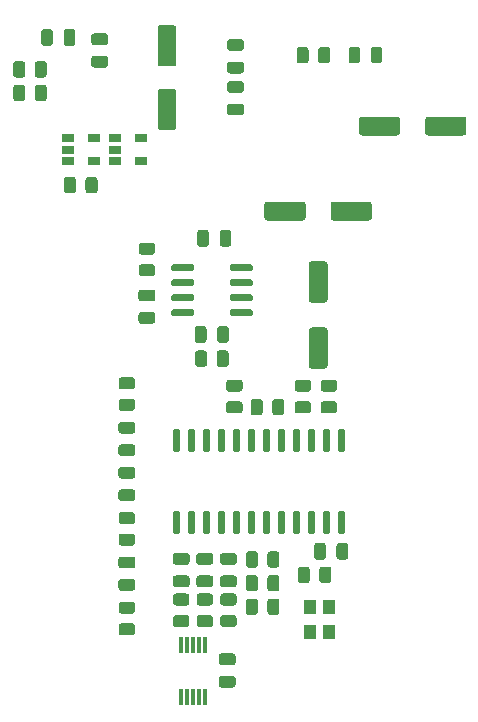
<source format=gbr>
G04 #@! TF.GenerationSoftware,KiCad,Pcbnew,(5.1.12)-1*
G04 #@! TF.CreationDate,2021-11-15T15:44:24+13:00*
G04 #@! TF.ProjectId,rgbntsc,7267626e-7473-4632-9e6b-696361645f70,rev?*
G04 #@! TF.SameCoordinates,Original*
G04 #@! TF.FileFunction,Paste,Top*
G04 #@! TF.FilePolarity,Positive*
%FSLAX46Y46*%
G04 Gerber Fmt 4.6, Leading zero omitted, Abs format (unit mm)*
G04 Created by KiCad (PCBNEW (5.1.12)-1) date 2021-11-15 15:44:24*
%MOMM*%
%LPD*%
G01*
G04 APERTURE LIST*
%ADD10R,0.300000X1.400000*%
%ADD11R,1.060000X0.650000*%
%ADD12R,1.100000X1.300000*%
G04 APERTURE END LIST*
G36*
G01*
X46525000Y-45550000D02*
X47475000Y-45550000D01*
G75*
G02*
X47725000Y-45800000I0J-250000D01*
G01*
X47725000Y-46300000D01*
G75*
G02*
X47475000Y-46550000I-250000J0D01*
G01*
X46525000Y-46550000D01*
G75*
G02*
X46275000Y-46300000I0J250000D01*
G01*
X46275000Y-45800000D01*
G75*
G02*
X46525000Y-45550000I250000J0D01*
G01*
G37*
G36*
G01*
X46525000Y-43650000D02*
X47475000Y-43650000D01*
G75*
G02*
X47725000Y-43900000I0J-250000D01*
G01*
X47725000Y-44400000D01*
G75*
G02*
X47475000Y-44650000I-250000J0D01*
G01*
X46525000Y-44650000D01*
G75*
G02*
X46275000Y-44400000I0J250000D01*
G01*
X46275000Y-43900000D01*
G75*
G02*
X46525000Y-43650000I250000J0D01*
G01*
G37*
G36*
G01*
X54449998Y-74300000D02*
X55350002Y-74300000D01*
G75*
G02*
X55600000Y-74549998I0J-249998D01*
G01*
X55600000Y-75075002D01*
G75*
G02*
X55350002Y-75325000I-249998J0D01*
G01*
X54449998Y-75325000D01*
G75*
G02*
X54200000Y-75075002I0J249998D01*
G01*
X54200000Y-74549998D01*
G75*
G02*
X54449998Y-74300000I249998J0D01*
G01*
G37*
G36*
G01*
X54449998Y-72475000D02*
X55350002Y-72475000D01*
G75*
G02*
X55600000Y-72724998I0J-249998D01*
G01*
X55600000Y-73250002D01*
G75*
G02*
X55350002Y-73500000I-249998J0D01*
G01*
X54449998Y-73500000D01*
G75*
G02*
X54200000Y-73250002I0J249998D01*
G01*
X54200000Y-72724998D01*
G75*
G02*
X54449998Y-72475000I249998J0D01*
G01*
G37*
G36*
G01*
X53990000Y-45450002D02*
X53990000Y-44549998D01*
G75*
G02*
X54239998Y-44300000I249998J0D01*
G01*
X54765002Y-44300000D01*
G75*
G02*
X55015000Y-44549998I0J-249998D01*
G01*
X55015000Y-45450002D01*
G75*
G02*
X54765002Y-45700000I-249998J0D01*
G01*
X54239998Y-45700000D01*
G75*
G02*
X53990000Y-45450002I0J249998D01*
G01*
G37*
G36*
G01*
X52165000Y-45450002D02*
X52165000Y-44549998D01*
G75*
G02*
X52414998Y-44300000I249998J0D01*
G01*
X52940002Y-44300000D01*
G75*
G02*
X53190000Y-44549998I0J-249998D01*
G01*
X53190000Y-45450002D01*
G75*
G02*
X52940002Y-45700000I-249998J0D01*
G01*
X52414998Y-45700000D01*
G75*
G02*
X52165000Y-45450002I0J249998D01*
G01*
G37*
G36*
G01*
X57550000Y-44543750D02*
X57550000Y-45456250D01*
G75*
G02*
X57306250Y-45700000I-243750J0D01*
G01*
X56818750Y-45700000D01*
G75*
G02*
X56575000Y-45456250I0J243750D01*
G01*
X56575000Y-44543750D01*
G75*
G02*
X56818750Y-44300000I243750J0D01*
G01*
X57306250Y-44300000D01*
G75*
G02*
X57550000Y-44543750I0J-243750D01*
G01*
G37*
G36*
G01*
X59425000Y-44543750D02*
X59425000Y-45456250D01*
G75*
G02*
X59181250Y-45700000I-243750J0D01*
G01*
X58693750Y-45700000D01*
G75*
G02*
X58450000Y-45456250I0J243750D01*
G01*
X58450000Y-44543750D01*
G75*
G02*
X58693750Y-44300000I243750J0D01*
G01*
X59181250Y-44300000D01*
G75*
G02*
X59425000Y-44543750I0J-243750D01*
G01*
G37*
G36*
G01*
X54100000Y-89450002D02*
X54100000Y-88549998D01*
G75*
G02*
X54349998Y-88300000I249998J0D01*
G01*
X54875002Y-88300000D01*
G75*
G02*
X55125000Y-88549998I0J-249998D01*
G01*
X55125000Y-89450002D01*
G75*
G02*
X54875002Y-89700000I-249998J0D01*
G01*
X54349998Y-89700000D01*
G75*
G02*
X54100000Y-89450002I0J249998D01*
G01*
G37*
G36*
G01*
X52275000Y-89450002D02*
X52275000Y-88549998D01*
G75*
G02*
X52524998Y-88300000I249998J0D01*
G01*
X53050002Y-88300000D01*
G75*
G02*
X53300000Y-88549998I0J-249998D01*
G01*
X53300000Y-89450002D01*
G75*
G02*
X53050002Y-89700000I-249998J0D01*
G01*
X52524998Y-89700000D01*
G75*
G02*
X52275000Y-89450002I0J249998D01*
G01*
G37*
G36*
G01*
X32450000Y-43975000D02*
X32450000Y-43025000D01*
G75*
G02*
X32700000Y-42775000I250000J0D01*
G01*
X33200000Y-42775000D01*
G75*
G02*
X33450000Y-43025000I0J-250000D01*
G01*
X33450000Y-43975000D01*
G75*
G02*
X33200000Y-44225000I-250000J0D01*
G01*
X32700000Y-44225000D01*
G75*
G02*
X32450000Y-43975000I0J250000D01*
G01*
G37*
G36*
G01*
X30550000Y-43975000D02*
X30550000Y-43025000D01*
G75*
G02*
X30800000Y-42775000I250000J0D01*
G01*
X31300000Y-42775000D01*
G75*
G02*
X31550000Y-43025000I0J-250000D01*
G01*
X31550000Y-43975000D01*
G75*
G02*
X31300000Y-44225000I-250000J0D01*
G01*
X30800000Y-44225000D01*
G75*
G02*
X30550000Y-43975000I0J250000D01*
G01*
G37*
G36*
G01*
X45949998Y-92400000D02*
X46850002Y-92400000D01*
G75*
G02*
X47100000Y-92649998I0J-249998D01*
G01*
X47100000Y-93175002D01*
G75*
G02*
X46850002Y-93425000I-249998J0D01*
G01*
X45949998Y-93425000D01*
G75*
G02*
X45700000Y-93175002I0J249998D01*
G01*
X45700000Y-92649998D01*
G75*
G02*
X45949998Y-92400000I249998J0D01*
G01*
G37*
G36*
G01*
X45949998Y-90575000D02*
X46850002Y-90575000D01*
G75*
G02*
X47100000Y-90824998I0J-249998D01*
G01*
X47100000Y-91350002D01*
G75*
G02*
X46850002Y-91600000I-249998J0D01*
G01*
X45949998Y-91600000D01*
G75*
G02*
X45700000Y-91350002I0J249998D01*
G01*
X45700000Y-90824998D01*
G75*
G02*
X45949998Y-90575000I249998J0D01*
G01*
G37*
G36*
G01*
X43949998Y-92400000D02*
X44850002Y-92400000D01*
G75*
G02*
X45100000Y-92649998I0J-249998D01*
G01*
X45100000Y-93175002D01*
G75*
G02*
X44850002Y-93425000I-249998J0D01*
G01*
X43949998Y-93425000D01*
G75*
G02*
X43700000Y-93175002I0J249998D01*
G01*
X43700000Y-92649998D01*
G75*
G02*
X43949998Y-92400000I249998J0D01*
G01*
G37*
G36*
G01*
X43949998Y-90575000D02*
X44850002Y-90575000D01*
G75*
G02*
X45100000Y-90824998I0J-249998D01*
G01*
X45100000Y-91350002D01*
G75*
G02*
X44850002Y-91600000I-249998J0D01*
G01*
X43949998Y-91600000D01*
G75*
G02*
X43700000Y-91350002I0J249998D01*
G01*
X43700000Y-90824998D01*
G75*
G02*
X43949998Y-90575000I249998J0D01*
G01*
G37*
G36*
G01*
X41949998Y-92400000D02*
X42850002Y-92400000D01*
G75*
G02*
X43100000Y-92649998I0J-249998D01*
G01*
X43100000Y-93175002D01*
G75*
G02*
X42850002Y-93425000I-249998J0D01*
G01*
X41949998Y-93425000D01*
G75*
G02*
X41700000Y-93175002I0J249998D01*
G01*
X41700000Y-92649998D01*
G75*
G02*
X41949998Y-92400000I249998J0D01*
G01*
G37*
G36*
G01*
X41949998Y-90575000D02*
X42850002Y-90575000D01*
G75*
G02*
X43100000Y-90824998I0J-249998D01*
G01*
X43100000Y-91350002D01*
G75*
G02*
X42850002Y-91600000I-249998J0D01*
G01*
X41949998Y-91600000D01*
G75*
G02*
X41700000Y-91350002I0J249998D01*
G01*
X41700000Y-90824998D01*
G75*
G02*
X41949998Y-90575000I249998J0D01*
G01*
G37*
G36*
G01*
X63050000Y-51550000D02*
X63050000Y-50450000D01*
G75*
G02*
X63300000Y-50200000I250000J0D01*
G01*
X66300000Y-50200000D01*
G75*
G02*
X66550000Y-50450000I0J-250000D01*
G01*
X66550000Y-51550000D01*
G75*
G02*
X66300000Y-51800000I-250000J0D01*
G01*
X63300000Y-51800000D01*
G75*
G02*
X63050000Y-51550000I0J250000D01*
G01*
G37*
G36*
G01*
X57450000Y-51550000D02*
X57450000Y-50450000D01*
G75*
G02*
X57700000Y-50200000I250000J0D01*
G01*
X60700000Y-50200000D01*
G75*
G02*
X60950000Y-50450000I0J-250000D01*
G01*
X60950000Y-51550000D01*
G75*
G02*
X60700000Y-51800000I-250000J0D01*
G01*
X57700000Y-51800000D01*
G75*
G02*
X57450000Y-51550000I0J250000D01*
G01*
G37*
G36*
G01*
X45925000Y-89050000D02*
X46875000Y-89050000D01*
G75*
G02*
X47125000Y-89300000I0J-250000D01*
G01*
X47125000Y-89800000D01*
G75*
G02*
X46875000Y-90050000I-250000J0D01*
G01*
X45925000Y-90050000D01*
G75*
G02*
X45675000Y-89800000I0J250000D01*
G01*
X45675000Y-89300000D01*
G75*
G02*
X45925000Y-89050000I250000J0D01*
G01*
G37*
G36*
G01*
X45925000Y-87150000D02*
X46875000Y-87150000D01*
G75*
G02*
X47125000Y-87400000I0J-250000D01*
G01*
X47125000Y-87900000D01*
G75*
G02*
X46875000Y-88150000I-250000J0D01*
G01*
X45925000Y-88150000D01*
G75*
G02*
X45675000Y-87900000I0J250000D01*
G01*
X45675000Y-87400000D01*
G75*
G02*
X45925000Y-87150000I250000J0D01*
G01*
G37*
G36*
G01*
X43925000Y-89050000D02*
X44875000Y-89050000D01*
G75*
G02*
X45125000Y-89300000I0J-250000D01*
G01*
X45125000Y-89800000D01*
G75*
G02*
X44875000Y-90050000I-250000J0D01*
G01*
X43925000Y-90050000D01*
G75*
G02*
X43675000Y-89800000I0J250000D01*
G01*
X43675000Y-89300000D01*
G75*
G02*
X43925000Y-89050000I250000J0D01*
G01*
G37*
G36*
G01*
X43925000Y-87150000D02*
X44875000Y-87150000D01*
G75*
G02*
X45125000Y-87400000I0J-250000D01*
G01*
X45125000Y-87900000D01*
G75*
G02*
X44875000Y-88150000I-250000J0D01*
G01*
X43925000Y-88150000D01*
G75*
G02*
X43675000Y-87900000I0J250000D01*
G01*
X43675000Y-87400000D01*
G75*
G02*
X43925000Y-87150000I250000J0D01*
G01*
G37*
G36*
G01*
X41925000Y-89050000D02*
X42875000Y-89050000D01*
G75*
G02*
X43125000Y-89300000I0J-250000D01*
G01*
X43125000Y-89800000D01*
G75*
G02*
X42875000Y-90050000I-250000J0D01*
G01*
X41925000Y-90050000D01*
G75*
G02*
X41675000Y-89800000I0J250000D01*
G01*
X41675000Y-89300000D01*
G75*
G02*
X41925000Y-89050000I250000J0D01*
G01*
G37*
G36*
G01*
X41925000Y-87150000D02*
X42875000Y-87150000D01*
G75*
G02*
X43125000Y-87400000I0J-250000D01*
G01*
X43125000Y-87900000D01*
G75*
G02*
X42875000Y-88150000I-250000J0D01*
G01*
X41925000Y-88150000D01*
G75*
G02*
X41675000Y-87900000I0J250000D01*
G01*
X41675000Y-87400000D01*
G75*
G02*
X41925000Y-87150000I250000J0D01*
G01*
G37*
G36*
G01*
X46775000Y-96650000D02*
X45825000Y-96650000D01*
G75*
G02*
X45575000Y-96400000I0J250000D01*
G01*
X45575000Y-95900000D01*
G75*
G02*
X45825000Y-95650000I250000J0D01*
G01*
X46775000Y-95650000D01*
G75*
G02*
X47025000Y-95900000I0J-250000D01*
G01*
X47025000Y-96400000D01*
G75*
G02*
X46775000Y-96650000I-250000J0D01*
G01*
G37*
G36*
G01*
X46775000Y-98550000D02*
X45825000Y-98550000D01*
G75*
G02*
X45575000Y-98300000I0J250000D01*
G01*
X45575000Y-97800000D01*
G75*
G02*
X45825000Y-97550000I250000J0D01*
G01*
X46775000Y-97550000D01*
G75*
G02*
X47025000Y-97800000I0J-250000D01*
G01*
X47025000Y-98300000D01*
G75*
G02*
X46775000Y-98550000I-250000J0D01*
G01*
G37*
G36*
G01*
X46525000Y-49100000D02*
X47475000Y-49100000D01*
G75*
G02*
X47725000Y-49350000I0J-250000D01*
G01*
X47725000Y-49850000D01*
G75*
G02*
X47475000Y-50100000I-250000J0D01*
G01*
X46525000Y-50100000D01*
G75*
G02*
X46275000Y-49850000I0J250000D01*
G01*
X46275000Y-49350000D01*
G75*
G02*
X46525000Y-49100000I250000J0D01*
G01*
G37*
G36*
G01*
X46525000Y-47200000D02*
X47475000Y-47200000D01*
G75*
G02*
X47725000Y-47450000I0J-250000D01*
G01*
X47725000Y-47950000D01*
G75*
G02*
X47475000Y-48200000I-250000J0D01*
G01*
X46525000Y-48200000D01*
G75*
G02*
X46275000Y-47950000I0J250000D01*
G01*
X46275000Y-47450000D01*
G75*
G02*
X46525000Y-47200000I250000J0D01*
G01*
G37*
G36*
G01*
X54650000Y-86525000D02*
X54650000Y-87475000D01*
G75*
G02*
X54400000Y-87725000I-250000J0D01*
G01*
X53900000Y-87725000D01*
G75*
G02*
X53650000Y-87475000I0J250000D01*
G01*
X53650000Y-86525000D01*
G75*
G02*
X53900000Y-86275000I250000J0D01*
G01*
X54400000Y-86275000D01*
G75*
G02*
X54650000Y-86525000I0J-250000D01*
G01*
G37*
G36*
G01*
X56550000Y-86525000D02*
X56550000Y-87475000D01*
G75*
G02*
X56300000Y-87725000I-250000J0D01*
G01*
X55800000Y-87725000D01*
G75*
G02*
X55550000Y-87475000I0J250000D01*
G01*
X55550000Y-86525000D01*
G75*
G02*
X55800000Y-86275000I250000J0D01*
G01*
X56300000Y-86275000D01*
G75*
G02*
X56550000Y-86525000I0J-250000D01*
G01*
G37*
G36*
G01*
X37325000Y-89350000D02*
X38275000Y-89350000D01*
G75*
G02*
X38525000Y-89600000I0J-250000D01*
G01*
X38525000Y-90100000D01*
G75*
G02*
X38275000Y-90350000I-250000J0D01*
G01*
X37325000Y-90350000D01*
G75*
G02*
X37075000Y-90100000I0J250000D01*
G01*
X37075000Y-89600000D01*
G75*
G02*
X37325000Y-89350000I250000J0D01*
G01*
G37*
G36*
G01*
X37325000Y-87450000D02*
X38275000Y-87450000D01*
G75*
G02*
X38525000Y-87700000I0J-250000D01*
G01*
X38525000Y-88200000D01*
G75*
G02*
X38275000Y-88450000I-250000J0D01*
G01*
X37325000Y-88450000D01*
G75*
G02*
X37075000Y-88200000I0J250000D01*
G01*
X37075000Y-87700000D01*
G75*
G02*
X37325000Y-87450000I250000J0D01*
G01*
G37*
G36*
G01*
X37325000Y-81750000D02*
X38275000Y-81750000D01*
G75*
G02*
X38525000Y-82000000I0J-250000D01*
G01*
X38525000Y-82500000D01*
G75*
G02*
X38275000Y-82750000I-250000J0D01*
G01*
X37325000Y-82750000D01*
G75*
G02*
X37075000Y-82500000I0J250000D01*
G01*
X37075000Y-82000000D01*
G75*
G02*
X37325000Y-81750000I250000J0D01*
G01*
G37*
G36*
G01*
X37325000Y-79850000D02*
X38275000Y-79850000D01*
G75*
G02*
X38525000Y-80100000I0J-250000D01*
G01*
X38525000Y-80600000D01*
G75*
G02*
X38275000Y-80850000I-250000J0D01*
G01*
X37325000Y-80850000D01*
G75*
G02*
X37075000Y-80600000I0J250000D01*
G01*
X37075000Y-80100000D01*
G75*
G02*
X37325000Y-79850000I250000J0D01*
G01*
G37*
G36*
G01*
X38275000Y-77050000D02*
X37325000Y-77050000D01*
G75*
G02*
X37075000Y-76800000I0J250000D01*
G01*
X37075000Y-76300000D01*
G75*
G02*
X37325000Y-76050000I250000J0D01*
G01*
X38275000Y-76050000D01*
G75*
G02*
X38525000Y-76300000I0J-250000D01*
G01*
X38525000Y-76800000D01*
G75*
G02*
X38275000Y-77050000I-250000J0D01*
G01*
G37*
G36*
G01*
X38275000Y-78950000D02*
X37325000Y-78950000D01*
G75*
G02*
X37075000Y-78700000I0J250000D01*
G01*
X37075000Y-78200000D01*
G75*
G02*
X37325000Y-77950000I250000J0D01*
G01*
X38275000Y-77950000D01*
G75*
G02*
X38525000Y-78200000I0J-250000D01*
G01*
X38525000Y-78700000D01*
G75*
G02*
X38275000Y-78950000I-250000J0D01*
G01*
G37*
G36*
G01*
X44750000Y-60025000D02*
X44750000Y-60975000D01*
G75*
G02*
X44500000Y-61225000I-250000J0D01*
G01*
X44000000Y-61225000D01*
G75*
G02*
X43750000Y-60975000I0J250000D01*
G01*
X43750000Y-60025000D01*
G75*
G02*
X44000000Y-59775000I250000J0D01*
G01*
X44500000Y-59775000D01*
G75*
G02*
X44750000Y-60025000I0J-250000D01*
G01*
G37*
G36*
G01*
X46650000Y-60025000D02*
X46650000Y-60975000D01*
G75*
G02*
X46400000Y-61225000I-250000J0D01*
G01*
X45900000Y-61225000D01*
G75*
G02*
X45650000Y-60975000I0J250000D01*
G01*
X45650000Y-60025000D01*
G75*
G02*
X45900000Y-59775000I250000J0D01*
G01*
X46400000Y-59775000D01*
G75*
G02*
X46650000Y-60025000I0J-250000D01*
G01*
G37*
G36*
G01*
X35025000Y-45050000D02*
X35975000Y-45050000D01*
G75*
G02*
X36225000Y-45300000I0J-250000D01*
G01*
X36225000Y-45800000D01*
G75*
G02*
X35975000Y-46050000I-250000J0D01*
G01*
X35025000Y-46050000D01*
G75*
G02*
X34775000Y-45800000I0J250000D01*
G01*
X34775000Y-45300000D01*
G75*
G02*
X35025000Y-45050000I250000J0D01*
G01*
G37*
G36*
G01*
X35025000Y-43150000D02*
X35975000Y-43150000D01*
G75*
G02*
X36225000Y-43400000I0J-250000D01*
G01*
X36225000Y-43900000D01*
G75*
G02*
X35975000Y-44150000I-250000J0D01*
G01*
X35025000Y-44150000D01*
G75*
G02*
X34775000Y-43900000I0J250000D01*
G01*
X34775000Y-43400000D01*
G75*
G02*
X35025000Y-43150000I250000J0D01*
G01*
G37*
G36*
G01*
X44550000Y-68175000D02*
X44550000Y-69125000D01*
G75*
G02*
X44300000Y-69375000I-250000J0D01*
G01*
X43800000Y-69375000D01*
G75*
G02*
X43550000Y-69125000I0J250000D01*
G01*
X43550000Y-68175000D01*
G75*
G02*
X43800000Y-67925000I250000J0D01*
G01*
X44300000Y-67925000D01*
G75*
G02*
X44550000Y-68175000I0J-250000D01*
G01*
G37*
G36*
G01*
X46450000Y-68175000D02*
X46450000Y-69125000D01*
G75*
G02*
X46200000Y-69375000I-250000J0D01*
G01*
X45700000Y-69375000D01*
G75*
G02*
X45450000Y-69125000I0J250000D01*
G01*
X45450000Y-68175000D01*
G75*
G02*
X45700000Y-67925000I250000J0D01*
G01*
X46200000Y-67925000D01*
G75*
G02*
X46450000Y-68175000I0J-250000D01*
G01*
G37*
G36*
G01*
X39025000Y-66750000D02*
X39975000Y-66750000D01*
G75*
G02*
X40225000Y-67000000I0J-250000D01*
G01*
X40225000Y-67500000D01*
G75*
G02*
X39975000Y-67750000I-250000J0D01*
G01*
X39025000Y-67750000D01*
G75*
G02*
X38775000Y-67500000I0J250000D01*
G01*
X38775000Y-67000000D01*
G75*
G02*
X39025000Y-66750000I250000J0D01*
G01*
G37*
G36*
G01*
X39025000Y-64850000D02*
X39975000Y-64850000D01*
G75*
G02*
X40225000Y-65100000I0J-250000D01*
G01*
X40225000Y-65600000D01*
G75*
G02*
X39975000Y-65850000I-250000J0D01*
G01*
X39025000Y-65850000D01*
G75*
G02*
X38775000Y-65600000I0J250000D01*
G01*
X38775000Y-65100000D01*
G75*
G02*
X39025000Y-64850000I250000J0D01*
G01*
G37*
D10*
X42400000Y-94900000D03*
X42900000Y-94900000D03*
X43400000Y-94900000D03*
X43900000Y-94900000D03*
X44400000Y-94900000D03*
X44400000Y-99300000D03*
X43900000Y-99300000D03*
X43400000Y-99300000D03*
X42900000Y-99300000D03*
X42400000Y-99300000D03*
G36*
G01*
X49700000Y-90150002D02*
X49700000Y-89249998D01*
G75*
G02*
X49949998Y-89000000I249998J0D01*
G01*
X50475002Y-89000000D01*
G75*
G02*
X50725000Y-89249998I0J-249998D01*
G01*
X50725000Y-90150002D01*
G75*
G02*
X50475002Y-90400000I-249998J0D01*
G01*
X49949998Y-90400000D01*
G75*
G02*
X49700000Y-90150002I0J249998D01*
G01*
G37*
G36*
G01*
X47875000Y-90150002D02*
X47875000Y-89249998D01*
G75*
G02*
X48124998Y-89000000I249998J0D01*
G01*
X48650002Y-89000000D01*
G75*
G02*
X48900000Y-89249998I0J-249998D01*
G01*
X48900000Y-90150002D01*
G75*
G02*
X48650002Y-90400000I-249998J0D01*
G01*
X48124998Y-90400000D01*
G75*
G02*
X47875000Y-90150002I0J249998D01*
G01*
G37*
G36*
G01*
X49700000Y-88150002D02*
X49700000Y-87249998D01*
G75*
G02*
X49949998Y-87000000I249998J0D01*
G01*
X50475002Y-87000000D01*
G75*
G02*
X50725000Y-87249998I0J-249998D01*
G01*
X50725000Y-88150002D01*
G75*
G02*
X50475002Y-88400000I-249998J0D01*
G01*
X49949998Y-88400000D01*
G75*
G02*
X49700000Y-88150002I0J249998D01*
G01*
G37*
G36*
G01*
X47875000Y-88150002D02*
X47875000Y-87249998D01*
G75*
G02*
X48124998Y-87000000I249998J0D01*
G01*
X48650002Y-87000000D01*
G75*
G02*
X48900000Y-87249998I0J-249998D01*
G01*
X48900000Y-88150002D01*
G75*
G02*
X48650002Y-88400000I-249998J0D01*
G01*
X48124998Y-88400000D01*
G75*
G02*
X47875000Y-88150002I0J249998D01*
G01*
G37*
G36*
G01*
X49700000Y-92150002D02*
X49700000Y-91249998D01*
G75*
G02*
X49949998Y-91000000I249998J0D01*
G01*
X50475002Y-91000000D01*
G75*
G02*
X50725000Y-91249998I0J-249998D01*
G01*
X50725000Y-92150002D01*
G75*
G02*
X50475002Y-92400000I-249998J0D01*
G01*
X49949998Y-92400000D01*
G75*
G02*
X49700000Y-92150002I0J249998D01*
G01*
G37*
G36*
G01*
X47875000Y-92150002D02*
X47875000Y-91249998D01*
G75*
G02*
X48124998Y-91000000I249998J0D01*
G01*
X48650002Y-91000000D01*
G75*
G02*
X48900000Y-91249998I0J-249998D01*
G01*
X48900000Y-92150002D01*
G75*
G02*
X48650002Y-92400000I-249998J0D01*
G01*
X48124998Y-92400000D01*
G75*
G02*
X47875000Y-92150002I0J249998D01*
G01*
G37*
G36*
G01*
X33500000Y-55549998D02*
X33500000Y-56450002D01*
G75*
G02*
X33250002Y-56700000I-249998J0D01*
G01*
X32724998Y-56700000D01*
G75*
G02*
X32475000Y-56450002I0J249998D01*
G01*
X32475000Y-55549998D01*
G75*
G02*
X32724998Y-55300000I249998J0D01*
G01*
X33250002Y-55300000D01*
G75*
G02*
X33500000Y-55549998I0J-249998D01*
G01*
G37*
G36*
G01*
X35325000Y-55549998D02*
X35325000Y-56450002D01*
G75*
G02*
X35075002Y-56700000I-249998J0D01*
G01*
X34549998Y-56700000D01*
G75*
G02*
X34300000Y-56450002I0J249998D01*
G01*
X34300000Y-55549998D01*
G75*
G02*
X34549998Y-55300000I249998J0D01*
G01*
X35075002Y-55300000D01*
G75*
G02*
X35325000Y-55549998I0J-249998D01*
G01*
G37*
G36*
G01*
X52249998Y-74300000D02*
X53150002Y-74300000D01*
G75*
G02*
X53400000Y-74549998I0J-249998D01*
G01*
X53400000Y-75075002D01*
G75*
G02*
X53150002Y-75325000I-249998J0D01*
G01*
X52249998Y-75325000D01*
G75*
G02*
X52000000Y-75075002I0J249998D01*
G01*
X52000000Y-74549998D01*
G75*
G02*
X52249998Y-74300000I249998J0D01*
G01*
G37*
G36*
G01*
X52249998Y-72475000D02*
X53150002Y-72475000D01*
G75*
G02*
X53400000Y-72724998I0J-249998D01*
G01*
X53400000Y-73250002D01*
G75*
G02*
X53150002Y-73500000I-249998J0D01*
G01*
X52249998Y-73500000D01*
G75*
G02*
X52000000Y-73250002I0J249998D01*
G01*
X52000000Y-72724998D01*
G75*
G02*
X52249998Y-72475000I249998J0D01*
G01*
G37*
G36*
G01*
X46449998Y-74300000D02*
X47350002Y-74300000D01*
G75*
G02*
X47600000Y-74549998I0J-249998D01*
G01*
X47600000Y-75075002D01*
G75*
G02*
X47350002Y-75325000I-249998J0D01*
G01*
X46449998Y-75325000D01*
G75*
G02*
X46200000Y-75075002I0J249998D01*
G01*
X46200000Y-74549998D01*
G75*
G02*
X46449998Y-74300000I249998J0D01*
G01*
G37*
G36*
G01*
X46449998Y-72475000D02*
X47350002Y-72475000D01*
G75*
G02*
X47600000Y-72724998I0J-249998D01*
G01*
X47600000Y-73250002D01*
G75*
G02*
X47350002Y-73500000I-249998J0D01*
G01*
X46449998Y-73500000D01*
G75*
G02*
X46200000Y-73250002I0J249998D01*
G01*
X46200000Y-72724998D01*
G75*
G02*
X46449998Y-72475000I249998J0D01*
G01*
G37*
G36*
G01*
X49300000Y-74349998D02*
X49300000Y-75250002D01*
G75*
G02*
X49050002Y-75500000I-249998J0D01*
G01*
X48524998Y-75500000D01*
G75*
G02*
X48275000Y-75250002I0J249998D01*
G01*
X48275000Y-74349998D01*
G75*
G02*
X48524998Y-74100000I249998J0D01*
G01*
X49050002Y-74100000D01*
G75*
G02*
X49300000Y-74349998I0J-249998D01*
G01*
G37*
G36*
G01*
X51125000Y-74349998D02*
X51125000Y-75250002D01*
G75*
G02*
X50875002Y-75500000I-249998J0D01*
G01*
X50349998Y-75500000D01*
G75*
G02*
X50100000Y-75250002I0J249998D01*
G01*
X50100000Y-74349998D01*
G75*
G02*
X50349998Y-74100000I249998J0D01*
G01*
X50875002Y-74100000D01*
G75*
G02*
X51125000Y-74349998I0J-249998D01*
G01*
G37*
G36*
G01*
X37349998Y-93100000D02*
X38250002Y-93100000D01*
G75*
G02*
X38500000Y-93349998I0J-249998D01*
G01*
X38500000Y-93875002D01*
G75*
G02*
X38250002Y-94125000I-249998J0D01*
G01*
X37349998Y-94125000D01*
G75*
G02*
X37100000Y-93875002I0J249998D01*
G01*
X37100000Y-93349998D01*
G75*
G02*
X37349998Y-93100000I249998J0D01*
G01*
G37*
G36*
G01*
X37349998Y-91275000D02*
X38250002Y-91275000D01*
G75*
G02*
X38500000Y-91524998I0J-249998D01*
G01*
X38500000Y-92050002D01*
G75*
G02*
X38250002Y-92300000I-249998J0D01*
G01*
X37349998Y-92300000D01*
G75*
G02*
X37100000Y-92050002I0J249998D01*
G01*
X37100000Y-91524998D01*
G75*
G02*
X37349998Y-91275000I249998J0D01*
G01*
G37*
G36*
G01*
X37349998Y-85500000D02*
X38250002Y-85500000D01*
G75*
G02*
X38500000Y-85749998I0J-249998D01*
G01*
X38500000Y-86275002D01*
G75*
G02*
X38250002Y-86525000I-249998J0D01*
G01*
X37349998Y-86525000D01*
G75*
G02*
X37100000Y-86275002I0J249998D01*
G01*
X37100000Y-85749998D01*
G75*
G02*
X37349998Y-85500000I249998J0D01*
G01*
G37*
G36*
G01*
X37349998Y-83675000D02*
X38250002Y-83675000D01*
G75*
G02*
X38500000Y-83924998I0J-249998D01*
G01*
X38500000Y-84450002D01*
G75*
G02*
X38250002Y-84700000I-249998J0D01*
G01*
X37349998Y-84700000D01*
G75*
G02*
X37100000Y-84450002I0J249998D01*
G01*
X37100000Y-83924998D01*
G75*
G02*
X37349998Y-83675000I249998J0D01*
G01*
G37*
G36*
G01*
X38250002Y-73300000D02*
X37349998Y-73300000D01*
G75*
G02*
X37100000Y-73050002I0J249998D01*
G01*
X37100000Y-72524998D01*
G75*
G02*
X37349998Y-72275000I249998J0D01*
G01*
X38250002Y-72275000D01*
G75*
G02*
X38500000Y-72524998I0J-249998D01*
G01*
X38500000Y-73050002D01*
G75*
G02*
X38250002Y-73300000I-249998J0D01*
G01*
G37*
G36*
G01*
X38250002Y-75125000D02*
X37349998Y-75125000D01*
G75*
G02*
X37100000Y-74875002I0J249998D01*
G01*
X37100000Y-74349998D01*
G75*
G02*
X37349998Y-74100000I249998J0D01*
G01*
X38250002Y-74100000D01*
G75*
G02*
X38500000Y-74349998I0J-249998D01*
G01*
X38500000Y-74875002D01*
G75*
G02*
X38250002Y-75125000I-249998J0D01*
G01*
G37*
G36*
G01*
X44600000Y-70249998D02*
X44600000Y-71150002D01*
G75*
G02*
X44350002Y-71400000I-249998J0D01*
G01*
X43824998Y-71400000D01*
G75*
G02*
X43575000Y-71150002I0J249998D01*
G01*
X43575000Y-70249998D01*
G75*
G02*
X43824998Y-70000000I249998J0D01*
G01*
X44350002Y-70000000D01*
G75*
G02*
X44600000Y-70249998I0J-249998D01*
G01*
G37*
G36*
G01*
X46425000Y-70249998D02*
X46425000Y-71150002D01*
G75*
G02*
X46175002Y-71400000I-249998J0D01*
G01*
X45649998Y-71400000D01*
G75*
G02*
X45400000Y-71150002I0J249998D01*
G01*
X45400000Y-70249998D01*
G75*
G02*
X45649998Y-70000000I249998J0D01*
G01*
X46175002Y-70000000D01*
G75*
G02*
X46425000Y-70249998I0J-249998D01*
G01*
G37*
G36*
G01*
X29200000Y-47749998D02*
X29200000Y-48650002D01*
G75*
G02*
X28950002Y-48900000I-249998J0D01*
G01*
X28424998Y-48900000D01*
G75*
G02*
X28175000Y-48650002I0J249998D01*
G01*
X28175000Y-47749998D01*
G75*
G02*
X28424998Y-47500000I249998J0D01*
G01*
X28950002Y-47500000D01*
G75*
G02*
X29200000Y-47749998I0J-249998D01*
G01*
G37*
G36*
G01*
X31025000Y-47749998D02*
X31025000Y-48650002D01*
G75*
G02*
X30775002Y-48900000I-249998J0D01*
G01*
X30249998Y-48900000D01*
G75*
G02*
X30000000Y-48650002I0J249998D01*
G01*
X30000000Y-47749998D01*
G75*
G02*
X30249998Y-47500000I249998J0D01*
G01*
X30775002Y-47500000D01*
G75*
G02*
X31025000Y-47749998I0J-249998D01*
G01*
G37*
G36*
G01*
X29200000Y-45749998D02*
X29200000Y-46650002D01*
G75*
G02*
X28950002Y-46900000I-249998J0D01*
G01*
X28424998Y-46900000D01*
G75*
G02*
X28175000Y-46650002I0J249998D01*
G01*
X28175000Y-45749998D01*
G75*
G02*
X28424998Y-45500000I249998J0D01*
G01*
X28950002Y-45500000D01*
G75*
G02*
X29200000Y-45749998I0J-249998D01*
G01*
G37*
G36*
G01*
X31025000Y-45749998D02*
X31025000Y-46650002D01*
G75*
G02*
X30775002Y-46900000I-249998J0D01*
G01*
X30249998Y-46900000D01*
G75*
G02*
X30000000Y-46650002I0J249998D01*
G01*
X30000000Y-45749998D01*
G75*
G02*
X30249998Y-45500000I249998J0D01*
G01*
X30775002Y-45500000D01*
G75*
G02*
X31025000Y-45749998I0J-249998D01*
G01*
G37*
G36*
G01*
X39950002Y-61900000D02*
X39049998Y-61900000D01*
G75*
G02*
X38800000Y-61650002I0J249998D01*
G01*
X38800000Y-61124998D01*
G75*
G02*
X39049998Y-60875000I249998J0D01*
G01*
X39950002Y-60875000D01*
G75*
G02*
X40200000Y-61124998I0J-249998D01*
G01*
X40200000Y-61650002D01*
G75*
G02*
X39950002Y-61900000I-249998J0D01*
G01*
G37*
G36*
G01*
X39950002Y-63725000D02*
X39049998Y-63725000D01*
G75*
G02*
X38800000Y-63475002I0J249998D01*
G01*
X38800000Y-62949998D01*
G75*
G02*
X39049998Y-62700000I249998J0D01*
G01*
X39950002Y-62700000D01*
G75*
G02*
X40200000Y-62949998I0J-249998D01*
G01*
X40200000Y-63475002D01*
G75*
G02*
X39950002Y-63725000I-249998J0D01*
G01*
G37*
G36*
G01*
X42165000Y-78625000D02*
X41865000Y-78625000D01*
G75*
G02*
X41715000Y-78475000I0J150000D01*
G01*
X41715000Y-76800000D01*
G75*
G02*
X41865000Y-76650000I150000J0D01*
G01*
X42165000Y-76650000D01*
G75*
G02*
X42315000Y-76800000I0J-150000D01*
G01*
X42315000Y-78475000D01*
G75*
G02*
X42165000Y-78625000I-150000J0D01*
G01*
G37*
G36*
G01*
X43435000Y-78625000D02*
X43135000Y-78625000D01*
G75*
G02*
X42985000Y-78475000I0J150000D01*
G01*
X42985000Y-76800000D01*
G75*
G02*
X43135000Y-76650000I150000J0D01*
G01*
X43435000Y-76650000D01*
G75*
G02*
X43585000Y-76800000I0J-150000D01*
G01*
X43585000Y-78475000D01*
G75*
G02*
X43435000Y-78625000I-150000J0D01*
G01*
G37*
G36*
G01*
X44705000Y-78625000D02*
X44405000Y-78625000D01*
G75*
G02*
X44255000Y-78475000I0J150000D01*
G01*
X44255000Y-76800000D01*
G75*
G02*
X44405000Y-76650000I150000J0D01*
G01*
X44705000Y-76650000D01*
G75*
G02*
X44855000Y-76800000I0J-150000D01*
G01*
X44855000Y-78475000D01*
G75*
G02*
X44705000Y-78625000I-150000J0D01*
G01*
G37*
G36*
G01*
X45975000Y-78625000D02*
X45675000Y-78625000D01*
G75*
G02*
X45525000Y-78475000I0J150000D01*
G01*
X45525000Y-76800000D01*
G75*
G02*
X45675000Y-76650000I150000J0D01*
G01*
X45975000Y-76650000D01*
G75*
G02*
X46125000Y-76800000I0J-150000D01*
G01*
X46125000Y-78475000D01*
G75*
G02*
X45975000Y-78625000I-150000J0D01*
G01*
G37*
G36*
G01*
X47245000Y-78625000D02*
X46945000Y-78625000D01*
G75*
G02*
X46795000Y-78475000I0J150000D01*
G01*
X46795000Y-76800000D01*
G75*
G02*
X46945000Y-76650000I150000J0D01*
G01*
X47245000Y-76650000D01*
G75*
G02*
X47395000Y-76800000I0J-150000D01*
G01*
X47395000Y-78475000D01*
G75*
G02*
X47245000Y-78625000I-150000J0D01*
G01*
G37*
G36*
G01*
X48515000Y-78625000D02*
X48215000Y-78625000D01*
G75*
G02*
X48065000Y-78475000I0J150000D01*
G01*
X48065000Y-76800000D01*
G75*
G02*
X48215000Y-76650000I150000J0D01*
G01*
X48515000Y-76650000D01*
G75*
G02*
X48665000Y-76800000I0J-150000D01*
G01*
X48665000Y-78475000D01*
G75*
G02*
X48515000Y-78625000I-150000J0D01*
G01*
G37*
G36*
G01*
X49785000Y-78625000D02*
X49485000Y-78625000D01*
G75*
G02*
X49335000Y-78475000I0J150000D01*
G01*
X49335000Y-76800000D01*
G75*
G02*
X49485000Y-76650000I150000J0D01*
G01*
X49785000Y-76650000D01*
G75*
G02*
X49935000Y-76800000I0J-150000D01*
G01*
X49935000Y-78475000D01*
G75*
G02*
X49785000Y-78625000I-150000J0D01*
G01*
G37*
G36*
G01*
X51055000Y-78625000D02*
X50755000Y-78625000D01*
G75*
G02*
X50605000Y-78475000I0J150000D01*
G01*
X50605000Y-76800000D01*
G75*
G02*
X50755000Y-76650000I150000J0D01*
G01*
X51055000Y-76650000D01*
G75*
G02*
X51205000Y-76800000I0J-150000D01*
G01*
X51205000Y-78475000D01*
G75*
G02*
X51055000Y-78625000I-150000J0D01*
G01*
G37*
G36*
G01*
X52325000Y-78625000D02*
X52025000Y-78625000D01*
G75*
G02*
X51875000Y-78475000I0J150000D01*
G01*
X51875000Y-76800000D01*
G75*
G02*
X52025000Y-76650000I150000J0D01*
G01*
X52325000Y-76650000D01*
G75*
G02*
X52475000Y-76800000I0J-150000D01*
G01*
X52475000Y-78475000D01*
G75*
G02*
X52325000Y-78625000I-150000J0D01*
G01*
G37*
G36*
G01*
X53595000Y-78625000D02*
X53295000Y-78625000D01*
G75*
G02*
X53145000Y-78475000I0J150000D01*
G01*
X53145000Y-76800000D01*
G75*
G02*
X53295000Y-76650000I150000J0D01*
G01*
X53595000Y-76650000D01*
G75*
G02*
X53745000Y-76800000I0J-150000D01*
G01*
X53745000Y-78475000D01*
G75*
G02*
X53595000Y-78625000I-150000J0D01*
G01*
G37*
G36*
G01*
X54865000Y-78625000D02*
X54565000Y-78625000D01*
G75*
G02*
X54415000Y-78475000I0J150000D01*
G01*
X54415000Y-76800000D01*
G75*
G02*
X54565000Y-76650000I150000J0D01*
G01*
X54865000Y-76650000D01*
G75*
G02*
X55015000Y-76800000I0J-150000D01*
G01*
X55015000Y-78475000D01*
G75*
G02*
X54865000Y-78625000I-150000J0D01*
G01*
G37*
G36*
G01*
X56135000Y-78625000D02*
X55835000Y-78625000D01*
G75*
G02*
X55685000Y-78475000I0J150000D01*
G01*
X55685000Y-76800000D01*
G75*
G02*
X55835000Y-76650000I150000J0D01*
G01*
X56135000Y-76650000D01*
G75*
G02*
X56285000Y-76800000I0J-150000D01*
G01*
X56285000Y-78475000D01*
G75*
G02*
X56135000Y-78625000I-150000J0D01*
G01*
G37*
G36*
G01*
X56135000Y-85550000D02*
X55835000Y-85550000D01*
G75*
G02*
X55685000Y-85400000I0J150000D01*
G01*
X55685000Y-83725000D01*
G75*
G02*
X55835000Y-83575000I150000J0D01*
G01*
X56135000Y-83575000D01*
G75*
G02*
X56285000Y-83725000I0J-150000D01*
G01*
X56285000Y-85400000D01*
G75*
G02*
X56135000Y-85550000I-150000J0D01*
G01*
G37*
G36*
G01*
X54865000Y-85550000D02*
X54565000Y-85550000D01*
G75*
G02*
X54415000Y-85400000I0J150000D01*
G01*
X54415000Y-83725000D01*
G75*
G02*
X54565000Y-83575000I150000J0D01*
G01*
X54865000Y-83575000D01*
G75*
G02*
X55015000Y-83725000I0J-150000D01*
G01*
X55015000Y-85400000D01*
G75*
G02*
X54865000Y-85550000I-150000J0D01*
G01*
G37*
G36*
G01*
X53595000Y-85550000D02*
X53295000Y-85550000D01*
G75*
G02*
X53145000Y-85400000I0J150000D01*
G01*
X53145000Y-83725000D01*
G75*
G02*
X53295000Y-83575000I150000J0D01*
G01*
X53595000Y-83575000D01*
G75*
G02*
X53745000Y-83725000I0J-150000D01*
G01*
X53745000Y-85400000D01*
G75*
G02*
X53595000Y-85550000I-150000J0D01*
G01*
G37*
G36*
G01*
X52325000Y-85550000D02*
X52025000Y-85550000D01*
G75*
G02*
X51875000Y-85400000I0J150000D01*
G01*
X51875000Y-83725000D01*
G75*
G02*
X52025000Y-83575000I150000J0D01*
G01*
X52325000Y-83575000D01*
G75*
G02*
X52475000Y-83725000I0J-150000D01*
G01*
X52475000Y-85400000D01*
G75*
G02*
X52325000Y-85550000I-150000J0D01*
G01*
G37*
G36*
G01*
X51055000Y-85550000D02*
X50755000Y-85550000D01*
G75*
G02*
X50605000Y-85400000I0J150000D01*
G01*
X50605000Y-83725000D01*
G75*
G02*
X50755000Y-83575000I150000J0D01*
G01*
X51055000Y-83575000D01*
G75*
G02*
X51205000Y-83725000I0J-150000D01*
G01*
X51205000Y-85400000D01*
G75*
G02*
X51055000Y-85550000I-150000J0D01*
G01*
G37*
G36*
G01*
X49785000Y-85550000D02*
X49485000Y-85550000D01*
G75*
G02*
X49335000Y-85400000I0J150000D01*
G01*
X49335000Y-83725000D01*
G75*
G02*
X49485000Y-83575000I150000J0D01*
G01*
X49785000Y-83575000D01*
G75*
G02*
X49935000Y-83725000I0J-150000D01*
G01*
X49935000Y-85400000D01*
G75*
G02*
X49785000Y-85550000I-150000J0D01*
G01*
G37*
G36*
G01*
X48515000Y-85550000D02*
X48215000Y-85550000D01*
G75*
G02*
X48065000Y-85400000I0J150000D01*
G01*
X48065000Y-83725000D01*
G75*
G02*
X48215000Y-83575000I150000J0D01*
G01*
X48515000Y-83575000D01*
G75*
G02*
X48665000Y-83725000I0J-150000D01*
G01*
X48665000Y-85400000D01*
G75*
G02*
X48515000Y-85550000I-150000J0D01*
G01*
G37*
G36*
G01*
X47245000Y-85550000D02*
X46945000Y-85550000D01*
G75*
G02*
X46795000Y-85400000I0J150000D01*
G01*
X46795000Y-83725000D01*
G75*
G02*
X46945000Y-83575000I150000J0D01*
G01*
X47245000Y-83575000D01*
G75*
G02*
X47395000Y-83725000I0J-150000D01*
G01*
X47395000Y-85400000D01*
G75*
G02*
X47245000Y-85550000I-150000J0D01*
G01*
G37*
G36*
G01*
X45975000Y-85550000D02*
X45675000Y-85550000D01*
G75*
G02*
X45525000Y-85400000I0J150000D01*
G01*
X45525000Y-83725000D01*
G75*
G02*
X45675000Y-83575000I150000J0D01*
G01*
X45975000Y-83575000D01*
G75*
G02*
X46125000Y-83725000I0J-150000D01*
G01*
X46125000Y-85400000D01*
G75*
G02*
X45975000Y-85550000I-150000J0D01*
G01*
G37*
G36*
G01*
X44705000Y-85550000D02*
X44405000Y-85550000D01*
G75*
G02*
X44255000Y-85400000I0J150000D01*
G01*
X44255000Y-83725000D01*
G75*
G02*
X44405000Y-83575000I150000J0D01*
G01*
X44705000Y-83575000D01*
G75*
G02*
X44855000Y-83725000I0J-150000D01*
G01*
X44855000Y-85400000D01*
G75*
G02*
X44705000Y-85550000I-150000J0D01*
G01*
G37*
G36*
G01*
X43435000Y-85550000D02*
X43135000Y-85550000D01*
G75*
G02*
X42985000Y-85400000I0J150000D01*
G01*
X42985000Y-83725000D01*
G75*
G02*
X43135000Y-83575000I150000J0D01*
G01*
X43435000Y-83575000D01*
G75*
G02*
X43585000Y-83725000I0J-150000D01*
G01*
X43585000Y-85400000D01*
G75*
G02*
X43435000Y-85550000I-150000J0D01*
G01*
G37*
G36*
G01*
X42165000Y-85550000D02*
X41865000Y-85550000D01*
G75*
G02*
X41715000Y-85400000I0J150000D01*
G01*
X41715000Y-83725000D01*
G75*
G02*
X41865000Y-83575000I150000J0D01*
G01*
X42165000Y-83575000D01*
G75*
G02*
X42315000Y-83725000I0J-150000D01*
G01*
X42315000Y-85400000D01*
G75*
G02*
X42165000Y-85550000I-150000J0D01*
G01*
G37*
G36*
G01*
X53450000Y-68050000D02*
X54550000Y-68050000D01*
G75*
G02*
X54800000Y-68300000I0J-250000D01*
G01*
X54800000Y-71300000D01*
G75*
G02*
X54550000Y-71550000I-250000J0D01*
G01*
X53450000Y-71550000D01*
G75*
G02*
X53200000Y-71300000I0J250000D01*
G01*
X53200000Y-68300000D01*
G75*
G02*
X53450000Y-68050000I250000J0D01*
G01*
G37*
G36*
G01*
X53450000Y-62450000D02*
X54550000Y-62450000D01*
G75*
G02*
X54800000Y-62700000I0J-250000D01*
G01*
X54800000Y-65700000D01*
G75*
G02*
X54550000Y-65950000I-250000J0D01*
G01*
X53450000Y-65950000D01*
G75*
G02*
X53200000Y-65700000I0J250000D01*
G01*
X53200000Y-62700000D01*
G75*
G02*
X53450000Y-62450000I250000J0D01*
G01*
G37*
G36*
G01*
X55050000Y-58750000D02*
X55050000Y-57650000D01*
G75*
G02*
X55300000Y-57400000I250000J0D01*
G01*
X58300000Y-57400000D01*
G75*
G02*
X58550000Y-57650000I0J-250000D01*
G01*
X58550000Y-58750000D01*
G75*
G02*
X58300000Y-59000000I-250000J0D01*
G01*
X55300000Y-59000000D01*
G75*
G02*
X55050000Y-58750000I0J250000D01*
G01*
G37*
G36*
G01*
X49450000Y-58750000D02*
X49450000Y-57650000D01*
G75*
G02*
X49700000Y-57400000I250000J0D01*
G01*
X52700000Y-57400000D01*
G75*
G02*
X52950000Y-57650000I0J-250000D01*
G01*
X52950000Y-58750000D01*
G75*
G02*
X52700000Y-59000000I-250000J0D01*
G01*
X49700000Y-59000000D01*
G75*
G02*
X49450000Y-58750000I0J250000D01*
G01*
G37*
D11*
X39000000Y-52050000D03*
X39000000Y-53950000D03*
X36800000Y-53950000D03*
X36800000Y-53000000D03*
X36800000Y-52050000D03*
X35000000Y-52050000D03*
X35000000Y-53950000D03*
X32800000Y-53950000D03*
X32800000Y-53000000D03*
X32800000Y-52050000D03*
D12*
X53275000Y-93850000D03*
X53275000Y-91750000D03*
X54925000Y-91750000D03*
X54925000Y-93850000D03*
G36*
G01*
X40650000Y-47850000D02*
X41750000Y-47850000D01*
G75*
G02*
X42000000Y-48100000I0J-250000D01*
G01*
X42000000Y-51100000D01*
G75*
G02*
X41750000Y-51350000I-250000J0D01*
G01*
X40650000Y-51350000D01*
G75*
G02*
X40400000Y-51100000I0J250000D01*
G01*
X40400000Y-48100000D01*
G75*
G02*
X40650000Y-47850000I250000J0D01*
G01*
G37*
G36*
G01*
X40650000Y-42450000D02*
X41750000Y-42450000D01*
G75*
G02*
X42000000Y-42700000I0J-250000D01*
G01*
X42000000Y-45700000D01*
G75*
G02*
X41750000Y-45950000I-250000J0D01*
G01*
X40650000Y-45950000D01*
G75*
G02*
X40400000Y-45700000I0J250000D01*
G01*
X40400000Y-42700000D01*
G75*
G02*
X40650000Y-42450000I250000J0D01*
G01*
G37*
G36*
G01*
X46500000Y-63145000D02*
X46500000Y-62845000D01*
G75*
G02*
X46650000Y-62695000I150000J0D01*
G01*
X48300000Y-62695000D01*
G75*
G02*
X48450000Y-62845000I0J-150000D01*
G01*
X48450000Y-63145000D01*
G75*
G02*
X48300000Y-63295000I-150000J0D01*
G01*
X46650000Y-63295000D01*
G75*
G02*
X46500000Y-63145000I0J150000D01*
G01*
G37*
G36*
G01*
X46500000Y-64415000D02*
X46500000Y-64115000D01*
G75*
G02*
X46650000Y-63965000I150000J0D01*
G01*
X48300000Y-63965000D01*
G75*
G02*
X48450000Y-64115000I0J-150000D01*
G01*
X48450000Y-64415000D01*
G75*
G02*
X48300000Y-64565000I-150000J0D01*
G01*
X46650000Y-64565000D01*
G75*
G02*
X46500000Y-64415000I0J150000D01*
G01*
G37*
G36*
G01*
X46500000Y-65685000D02*
X46500000Y-65385000D01*
G75*
G02*
X46650000Y-65235000I150000J0D01*
G01*
X48300000Y-65235000D01*
G75*
G02*
X48450000Y-65385000I0J-150000D01*
G01*
X48450000Y-65685000D01*
G75*
G02*
X48300000Y-65835000I-150000J0D01*
G01*
X46650000Y-65835000D01*
G75*
G02*
X46500000Y-65685000I0J150000D01*
G01*
G37*
G36*
G01*
X46500000Y-66955000D02*
X46500000Y-66655000D01*
G75*
G02*
X46650000Y-66505000I150000J0D01*
G01*
X48300000Y-66505000D01*
G75*
G02*
X48450000Y-66655000I0J-150000D01*
G01*
X48450000Y-66955000D01*
G75*
G02*
X48300000Y-67105000I-150000J0D01*
G01*
X46650000Y-67105000D01*
G75*
G02*
X46500000Y-66955000I0J150000D01*
G01*
G37*
G36*
G01*
X41550000Y-66955000D02*
X41550000Y-66655000D01*
G75*
G02*
X41700000Y-66505000I150000J0D01*
G01*
X43350000Y-66505000D01*
G75*
G02*
X43500000Y-66655000I0J-150000D01*
G01*
X43500000Y-66955000D01*
G75*
G02*
X43350000Y-67105000I-150000J0D01*
G01*
X41700000Y-67105000D01*
G75*
G02*
X41550000Y-66955000I0J150000D01*
G01*
G37*
G36*
G01*
X41550000Y-65685000D02*
X41550000Y-65385000D01*
G75*
G02*
X41700000Y-65235000I150000J0D01*
G01*
X43350000Y-65235000D01*
G75*
G02*
X43500000Y-65385000I0J-150000D01*
G01*
X43500000Y-65685000D01*
G75*
G02*
X43350000Y-65835000I-150000J0D01*
G01*
X41700000Y-65835000D01*
G75*
G02*
X41550000Y-65685000I0J150000D01*
G01*
G37*
G36*
G01*
X41550000Y-64415000D02*
X41550000Y-64115000D01*
G75*
G02*
X41700000Y-63965000I150000J0D01*
G01*
X43350000Y-63965000D01*
G75*
G02*
X43500000Y-64115000I0J-150000D01*
G01*
X43500000Y-64415000D01*
G75*
G02*
X43350000Y-64565000I-150000J0D01*
G01*
X41700000Y-64565000D01*
G75*
G02*
X41550000Y-64415000I0J150000D01*
G01*
G37*
G36*
G01*
X41550000Y-63145000D02*
X41550000Y-62845000D01*
G75*
G02*
X41700000Y-62695000I150000J0D01*
G01*
X43350000Y-62695000D01*
G75*
G02*
X43500000Y-62845000I0J-150000D01*
G01*
X43500000Y-63145000D01*
G75*
G02*
X43350000Y-63295000I-150000J0D01*
G01*
X41700000Y-63295000D01*
G75*
G02*
X41550000Y-63145000I0J150000D01*
G01*
G37*
M02*

</source>
